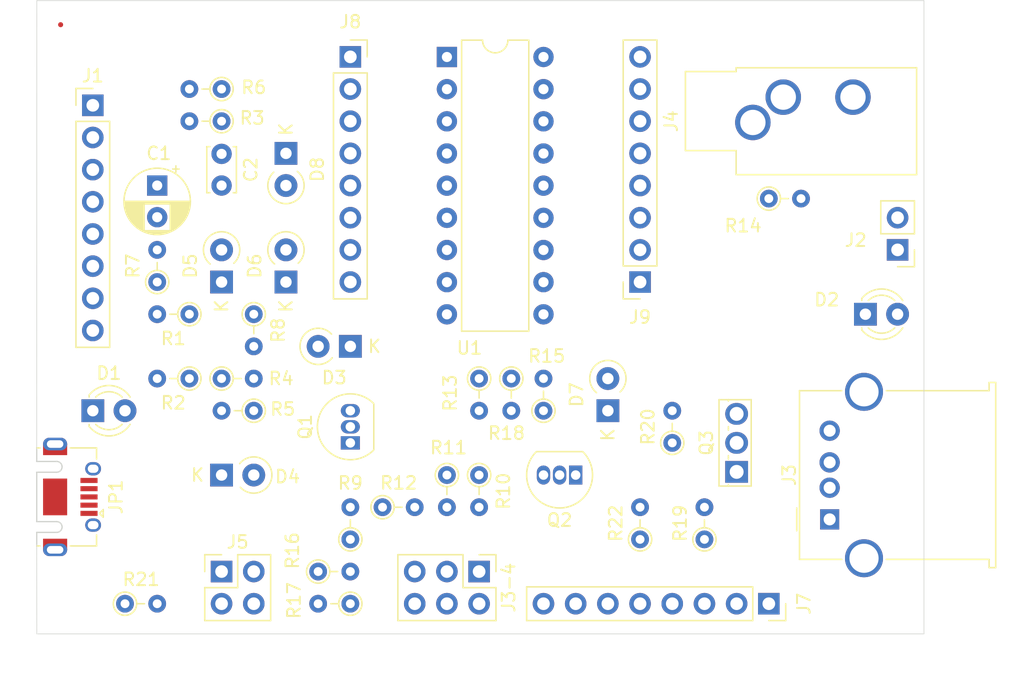
<source format=kicad_pcb>
(kicad_pcb (version 20211014) (generator pcbnew)
  (layers (0 "F.Cu" signal) (31 "B.Cu" signal) (34 "B.Paste" user) (35 "F.Paste" user) (36 "B.SilkS" user "B.Silkscreen") (37 "F.SilkS" user "F.Silkscreen") (38 "B.Mask" user) (39 "F.Mask" user) (44 "Edge.Cuts" user))
  (net 0 "")
  (net 1 "GND")
  (net 2 "Net-(R13-Pad2)")
  (net 3 "Net-(D7-Pad1)")
  (net 4 "Net-(R21-Pad1)")
  (net 5 "Net-(R19-Pad2)")
  (net 6 "Net-(D5-Pad1)")
  (net 7 "Net-(J1-Pad2)")
  (net 8 "Net-(J1-Pad1)")
  (net 9 "Net-(J1-Pad8)")
  (net 12 "Net-(R16-Pad1)")
  (net 13 "Net-(R14-Pad1)")
  (net 14 "Net-(R13-Pad1)")
  (net 15 "Net-(R10-Pad1)")
  (net 16 "Net-(R4-Pad2)")
  (net 17 "Net-(D3-Pad2)")
  (net 18 "+3V3")
  (net 19 "Net-(D1-Pad2)")
  (net 20 "Net-(J7-Pad5)")
  (net 21 "Net-(J5-Pad3)")
  (net 22 "Net-(J3-Pad2)")
  (net 23 "Net-(J7-Pad4)")
  (net 24 "Net-(J5-Pad2)")
  (net 25 "Net-(J4-PadR)")
  (net 26 "Net-(J3-4-Pad5)")
  (net 27 "Net-(J3-4-Pad3)")
  (net 28 "Net-(J3-4-Pad1)")
  (net 29 "Net-(D6-Pad2)")
  (net 30 "Net-(J1-Pad6)")
  (net 31 "Net-(D5-Pad2)")
  (net 32 "Net-(J1-Pad7)")
  (net 33 "+5V")
  (net 34 "Net-(D2-Pad2)")
  (net 55 "Net-(J3-Pad4)")
  (net 56 "Net-(R12-Pad1)")
  (net 57 "Net-(R11-Pad1)")
  (footprint "Package_DIP:DIP-18_W7.62mm" (layer "F.Cu") (at 73.66 27.95)
    (fp_text reference "U1" (at 1.778 22.977) (layer "F.SilkS"))
    (fp_text value "MCP23008-xP")
    (pad "1" thru_hole rect (at 0 0) (size 1.6 1.6) (drill 0.8) (layers *.Cu *.Mask) (net 7 "Net-(J1-Pad2)"))
    (pad "2" thru_hole oval (at 0 2.54) (size 1.6 1.6) (drill 0.8) (layers *.Cu *.Mask) (net 8 "Net-(J1-Pad1)"))
    (pad "3" thru_hole oval (at 0 5.08) (size 1.6 1.6) (drill 0.8) (layers *.Cu *.Mask) (net 1 "GND"))
    (pad "4" thru_hole oval (at 0 7.62) (size 1.6 1.6) (drill 0.8) (layers *.Cu *.Mask) (net 1 "GND"))
    (pad "5" thru_hole oval (at 0 10.16) (size 1.6 1.6) (drill 0.8) (layers *.Cu *.Mask) (net 1 "GND"))
    (pad "6" thru_hole oval (at 0 12.7) (size 1.6 1.6) (drill 0.8) (layers *.Cu *.Mask) (net 9 "Net-(J1-Pad8)"))
    (pad "7" thru_hole oval (at 0 15.24) (size 1.6 1.6) (drill 0.8) (layers *.Cu *.Mask))
    (pad "8" thru_hole oval (at 0 17.78) (size 1.6 1.6) (drill 0.8) (layers *.Cu *.Mask))
    (pad "9" thru_hole oval (at 0 20.32) (size 1.6 1.6) (drill 0.8) (layers *.Cu *.Mask) (net 1 "GND"))
    (pad "10" thru_hole oval (at 7.62 20.32) (size 1.6 1.6) (drill 0.8) (layers *.Cu *.Mask) (net 57 "Net-(R11-Pad1)"))
    (pad "11" thru_hole oval (at 7.62 17.78) (size 1.6 1.6) (drill 0.8) (layers *.Cu *.Mask) (net 56 "Net-(R12-Pad1)"))
    (pad "12" thru_hole oval (at 7.62 15.24) (size 1.6 1.6) (drill 0.8) (layers *.Cu *.Mask) (net 4 "Net-(R21-Pad1)"))
    (pad "13" thru_hole oval (at 7.62 12.7) (size 1.6 1.6) (drill 0.8) (layers *.Cu *.Mask) (net 14 "Net-(R13-Pad1)"))
    (pad "14" thru_hole oval (at 7.62 10.16) (size 1.6 1.6) (drill 0.8) (layers *.Cu *.Mask) (net 5 "Net-(R19-Pad2)"))
    (pad "15" thru_hole oval (at 7.62 7.62) (size 1.6 1.6) (drill 0.8) (layers *.Cu *.Mask) (net 12 "Net-(R16-Pad1)"))
    (pad "16" thru_hole oval (at 7.62 5.08) (size 1.6 1.6) (drill 0.8) (layers *.Cu *.Mask) (net 13 "Net-(R14-Pad1)"))
    (pad "17" thru_hole oval (at 7.62 2.54) (size 1.6 1.6) (drill 0.8) (layers *.Cu *.Mask) (net 15 "Net-(R10-Pad1)"))
    (pad "18" thru_hole oval (at 7.62 0) (size 1.6 1.6) (drill 0.8) (layers *.Cu *.Mask) (net 18 "+3V3"))
  )
  (footprint "LED_THT:LED_D3.0mm" (layer "F.Cu") (at 106.68 48.26)
    (fp_text reference "D2" (at -3.048 -1.143) (layer "F.SilkS"))
    (fp_text value "LED")
    (pad "1" thru_hole rect (at 0 0) (size 1.8 1.8) (drill 0.9) (layers *.Cu *.Mask) (net 1 "GND"))
    (pad "2" thru_hole circle (at 2.54 0) (size 1.8 1.8) (drill 0.9) (layers *.Cu *.Mask) (net 34 "Net-(D2-Pad2)"))
  )
  (footprint "Resistor_THT:R_Axial_DIN0204_L3.6mm_D1.6mm_P2.54mm_Vertical" (layer "F.Cu") (at 55.88 33.02 180)
    (fp_text reference "R3" (at -2.413 0.254 180) (layer "F.SilkS"))
    (fp_text value "22k")
    (pad "1" thru_hole circle (at 0 0 180) (size 1.4 1.4) (drill 0.7) (layers *.Cu *.Mask) (net 18 "+3V3"))
    (pad "2" thru_hole oval (at 2.54 0 180) (size 1.4 1.4) (drill 0.7) (layers *.Cu *.Mask) (net 7 "Net-(J1-Pad2)"))
  )
  (footprint "Resistor_THT:R_Axial_DIN0204_L3.6mm_D1.6mm_P2.54mm_Vertical" (layer "F.Cu") (at 53.34 48.26 180)
    (fp_text reference "R1" (at 1.27 -1.92) (layer "F.SilkS"))
    (fp_text value "1k")
    (pad "1" thru_hole circle (at 0 0 180) (size 1.4 1.4) (drill 0.7) (layers *.Cu *.Mask) (net 18 "+3V3"))
    (pad "2" thru_hole oval (at 2.54 0 180) (size 1.4 1.4) (drill 0.7) (layers *.Cu *.Mask) (net 19 "Net-(D1-Pad2)"))
  )
  (footprint "Resistor_THT:R_Axial_DIN0204_L3.6mm_D1.6mm_P2.54mm_Vertical" (layer "F.Cu") (at 68.58 63.5)
    (fp_text reference "R12" (at 1.27 -1.92) (layer "F.SilkS"))
    (fp_text value "4k7")
    (pad "1" thru_hole circle (at 0 0) (size 1.4 1.4) (drill 0.7) (layers *.Cu *.Mask) (net 56 "Net-(R12-Pad1)"))
    (pad "2" thru_hole oval (at 2.54 0) (size 1.4 1.4) (drill 0.7) (layers *.Cu *.Mask) (net 26 "Net-(J3-4-Pad5)"))
  )
  (footprint "Resistor_THT:R_Axial_DIN0204_L3.6mm_D1.6mm_P2.54mm_Vertical" (layer "F.Cu") (at 93.98 66.04 90)
    (fp_text reference "R19" (at 1.27 -1.92 90) (layer "F.SilkS"))
    (fp_text value "4k7")
    (pad "1" thru_hole circle (at 0 0 90) (size 1.4 1.4) (drill 0.7) (layers *.Cu *.Mask) (net 23 "Net-(J7-Pad4)"))
    (pad "2" thru_hole oval (at 2.54 0 90) (size 1.4 1.4) (drill 0.7) (layers *.Cu *.Mask) (net 5 "Net-(R19-Pad2)"))
  )
  (footprint "Diode_THT:D_A-405_P2.54mm_Vertical_KathodeUp" (layer "F.Cu") (at 55.88 60.96)
    (fp_text reference "D4" (at 5.207 0.127) (layer "F.SilkS"))
    (fp_text value "BAT43")
    (fp_text user "K" (at -1.9 0) (layer "F.SilkS"))
    (pad "1" thru_hole rect (at 0 0) (size 1.8 1.8) (drill 0.9) (layers *.Cu *.Mask) (net 33 "+5V"))
    (pad "2" thru_hole oval (at 2.54 0) (size 1.8 1.8) (drill 0.9) (layers *.Cu *.Mask) (net 1 "GND"))
  )
  (footprint "Package_TO_SOT_THT:TO-251-3_Vertical" (layer "F.Cu") (at 96.52 60.71 90)
    (fp_text reference "Q3" (at 2.29 -2.39 90) (layer "F.SilkS"))
    (fp_text value "IRLU2905PBF")
    (pad "1" thru_hole rect (at 0 0 90) (size 1.7175 1.8) (drill 1.1) (layers *.Cu *.Mask) (net 6 "Net-(D5-Pad1)"))
    (pad "2" thru_hole oval (at 2.29 0 90) (size 1.7175 1.8) (drill 1.1) (layers *.Cu *.Mask) (net 55 "Net-(J3-Pad4)"))
    (pad "3" thru_hole oval (at 4.58 0 90) (size 1.7175 1.8) (drill 1.1) (layers *.Cu *.Mask) (net 1 "GND"))
  )
  (footprint "Resistor_THT:R_Axial_DIN0204_L3.6mm_D1.6mm_P2.54mm_Vertical" (layer "F.Cu") (at 53.34 53.34 180)
    (fp_text reference "R2" (at 1.27 -1.92 180) (layer "F.SilkS"))
    (fp_text value "6.8k")
    (pad "1" thru_hole circle (at 0 0 180) (size 1.4 1.4) (drill 0.7) (layers *.Cu *.Mask) (net 33 "+5V"))
    (pad "2" thru_hole oval (at 2.54 0 180) (size 1.4 1.4) (drill 0.7) (layers *.Cu *.Mask) (net 34 "Net-(D2-Pad2)"))
  )
  (footprint "Resistor_THT:R_Axial_DIN0204_L3.6mm_D1.6mm_P2.54mm_Vertical" (layer "F.Cu") (at 50.8 45.72 90)
    (fp_text reference "R7" (at 1.27 -1.92 90) (layer "F.SilkS"))
    (fp_text value "4k7")
    (pad "1" thru_hole circle (at 0 0 90) (size 1.4 1.4) (drill 0.7) (layers *.Cu *.Mask) (net 30 "Net-(J1-Pad6)"))
    (pad "2" thru_hole oval (at 2.54 0 90) (size 1.4 1.4) (drill 0.7) (layers *.Cu *.Mask) (net 31 "Net-(D5-Pad2)"))
  )
  (footprint "Resistor_THT:R_Axial_DIN0204_L3.6mm_D1.6mm_P2.54mm_Vertical" (layer "F.Cu") (at 76.2 53.34 -90)
    (fp_text reference "R13" (at 1.143 2.286 -90) (layer "F.SilkS"))
    (fp_text value "4k7")
    (pad "1" thru_hole circle (at 0 0 270) (size 1.4 1.4) (drill 0.7) (layers *.Cu *.Mask) (net 14 "Net-(R13-Pad1)"))
    (pad "2" thru_hole oval (at 2.54 0 270) (size 1.4 1.4) (drill 0.7) (layers *.Cu *.Mask) (net 2 "Net-(R13-Pad2)"))
  )
  (footprint "LED_THT:LED_D3.0mm" (layer "F.Cu") (at 45.72 55.88)
    (fp_text reference "D1" (at 1.27 -2.96) (layer "F.SilkS"))
    (fp_text value "LED")
    (pad "1" thru_hole rect (at 0 0) (size 1.8 1.8) (drill 0.9) (layers *.Cu *.Mask) (net 1 "GND"))
    (pad "2" thru_hole circle (at 2.54 0) (size 1.8 1.8) (drill 0.9) (layers *.Cu *.Mask) (net 19 "Net-(D1-Pad2)"))
  )
  (footprint "Resistor_THT:R_Axial_DIN0204_L3.6mm_D1.6mm_P2.54mm_Vertical" (layer "F.Cu") (at 66.04 71.12 180)
    (fp_text reference "R17" (at 4.445 0.254 270) (layer "F.SilkS"))
    (fp_text value "4k7")
    (pad "1" thru_hole circle (at 0 0 180) (size 1.4 1.4) (drill 0.7) (layers *.Cu *.Mask) (net 24 "Net-(J5-Pad2)"))
    (pad "2" thru_hole oval (at 2.54 0 180) (size 1.4 1.4) (drill 0.7) (layers *.Cu *.Mask) (net 1 "GND"))
  )
  (footprint "Connector_PinHeader_2.54mm:PinHeader_1x08_P2.54mm_Vertical" (layer "F.Cu") (at 45.72 31.765)
    (fp_text reference "J1" (at 0 -2.33) (layer "F.SilkS"))
    (fp_text value "Conn_01x08")
    (pad "1" thru_hole rect (at 0 0) (size 1.7 1.7) (drill 1) (layers *.Cu *.Mask) (net 8 "Net-(J1-Pad1)"))
    (pad "2" thru_hole oval (at 0 2.54) (size 1.7 1.7) (drill 1) (layers *.Cu *.Mask) (net 7 "Net-(J1-Pad2)"))
    (pad "3" thru_hole oval (at 0 5.08) (size 1.7 1.7) (drill 1) (layers *.Cu *.Mask) (net 18 "+3V3"))
    (pad "4" thru_hole oval (at 0 7.62) (size 1.7 1.7) (drill 1) (layers *.Cu *.Mask) (net 1 "GND"))
    (pad "5" thru_hole oval (at 0 10.16) (size 1.7 1.7) (drill 1) (layers *.Cu *.Mask))
    (pad "6" thru_hole oval (at 0 12.7) (size 1.7 1.7) (drill 1) (layers *.Cu *.Mask) (net 30 "Net-(J1-Pad6)"))
    (pad "7" thru_hole oval (at 0 15.24) (size 1.7 1.7) (drill 1) (layers *.Cu *.Mask) (net 32 "Net-(J1-Pad7)"))
    (pad "8" thru_hole oval (at 0 17.78) (size 1.7 1.7) (drill 1) (layers *.Cu *.Mask) (net 9 "Net-(J1-Pad8)"))
  )
  (footprint "Resistor_THT:R_Axial_DIN0204_L3.6mm_D1.6mm_P2.54mm_Vertical" (layer "F.Cu") (at 48.26 71.12)
    (fp_text reference "R21" (at 1.27 -1.92) (layer "F.SilkS"))
    (fp_text value "4k7")
    (pad "1" thru_hole circle (at 0 0) (size 1.4 1.4) (drill 0.7) (layers *.Cu *.Mask) (net 4 "Net-(R21-Pad1)"))
    (pad "2" thru_hole oval (at 2.54 0) (size 1.4 1.4) (drill 0.7) (layers *.Cu *.Mask) (net 21 "Net-(J5-Pad3)"))
  )
  (footprint "Resistor_THT:R_Axial_DIN0204_L3.6mm_D1.6mm_P2.54mm_Vertical" (layer "F.Cu") (at 66.04 66.04 90)
    (fp_text reference "R9" (at 4.445 0 180) (layer "F.SilkS"))
    (fp_text value "4k7")
    (pad "1" thru_hole circle (at 0 0 90) (size 1.4 1.4) (drill 0.7) (layers *.Cu *.Mask) (net 24 "Net-(J5-Pad2)"))
    (pad "2" thru_hole oval (at 2.54 0 90) (size 1.4 1.4) (drill 0.7) (layers *.Cu *.Mask) (net 29 "Net-(D6-Pad2)"))
  )
  (footprint "Connector_Audio:Jack_3.5mm_CUI_SJ1-3533NG_Horizontal_CircularHoles" (layer "F.Cu") (at 97.8 33.12 90)
    (fp_text reference "J4" (at 0.1 -6.45 90) (layer "F.SilkS"))
    (fp_text value "AudioJack3")
    (pad "R" thru_hole circle (at 2 7.9 90) (size 2.8 2.8) (drill 2) (layers *.Cu *.Mask) (net 25 "Net-(J4-PadR)"))
    (pad "S" thru_hole circle (at 0 0 90) (size 2.8 2.8) (drill 2) (layers *.Cu *.Mask) (net 1 "GND"))
    (pad "T" thru_hole circle (at 2 2.4 90) (size 2.8 2.8) (drill 2) (layers *.Cu *.Mask))
  )
  (footprint "Diode_THT:D_A-405_P2.54mm_Vertical_KathodeUp" (layer "F.Cu") (at 60.96 35.56 -90)
    (fp_text reference "D8" (at 1.27 -2.47 90) (layer "F.SilkS"))
    (fp_text value "BAT43")
    (fp_text user "K" (at -1.9 0 90) (layer "F.SilkS"))
    (pad "1" thru_hole rect (at 0 0 270) (size 1.8 1.8) (drill 0.9) (layers *.Cu *.Mask) (net 18 "+3V3"))
    (pad "2" thru_hole oval (at 2.54 0 270) (size 1.8 1.8) (drill 0.9) (layers *.Cu *.Mask) (net 1 "GND"))
  )
  (footprint "Connector_PinHeader_2.54mm:PinHeader_2x03_P2.54mm_Vertical" (layer "F.Cu") (at 76.2 68.58 -90)
    (fp_text reference "J3-4" (at 1.27 -2.33 90) (layer "F.SilkS"))
    (fp_text value "Conn_02x03_Odd_Even")
    (pad "1" thru_hole rect (at 0 0 270) (size 1.7 1.7) (drill 1) (layers *.Cu *.Mask) (net 28 "Net-(J3-4-Pad1)"))
    (pad "2" thru_hole oval (at 2.54 0 270) (size 1.7 1.7) (drill 1) (layers *.Cu *.Mask) (net 1 "GND"))
    (pad "3" thru_hole oval (at 0 2.54 270) (size 1.7 1.7) (drill 1) (layers *.Cu *.Mask) (net 27 "Net-(J3-4-Pad3)"))
    (pad "4" thru_hole oval (at 2.54 2.54 270) (size 1.7 1.7) (drill 1) (layers *.Cu *.Mask) (net 1 "GND"))
    (pad "5" thru_hole oval (at 0 5.08 270) (size 1.7 1.7) (drill 1) (layers *.Cu *.Mask) (net 26 "Net-(J3-4-Pad5)"))
    (pad "6" thru_hole oval (at 2.54 5.08 270) (size 1.7 1.7) (drill 1) (layers *.Cu *.Mask) (net 1 "GND"))
  )
  (footprint "Resistor_THT:R_Axial_DIN0204_L3.6mm_D1.6mm_P2.54mm_Vertical" (layer "F.Cu") (at 63.5 68.58)
    (fp_text reference "R16" (at -2.032 -1.651 90) (layer "F.SilkS"))
    (fp_text value "4k7")
    (pad "1" thru_hole circle (at 0 0) (size 1.4 1.4) (drill 0.7) (layers *.Cu *.Mask) (net 12 "Net-(R16-Pad1)"))
    (pad "2" thru_hole oval (at 2.54 0) (size 1.4 1.4) (drill 0.7) (layers *.Cu *.Mask) (net 24 "Net-(J5-Pad2)"))
  )
  (footprint "Resistor_THT:R_Axial_DIN0204_L3.6mm_D1.6mm_P2.54mm_Vertical" (layer "F.Cu") (at 58.42 55.88 180)
    (fp_text reference "R5" (at -2.286 0.127 180) (layer "F.SilkS"))
    (fp_text value "4k7")
    (pad "1" thru_hole circle (at 0 0 180) (size 1.4 1.4) (drill 0.7) (layers *.Cu *.Mask) (net 16 "Net-(R4-Pad2)"))
    (pad "2" thru_hole oval (at 2.54 0 180) (size 1.4 1.4) (drill 0.7) (layers *.Cu *.Mask) (net 1 "GND"))
  )
  (footprint "Resistor_THT:R_Axial_DIN0204_L3.6mm_D1.6mm_P2.54mm_Vertical" (layer "F.Cu") (at 73.66 60.96 -90)
    (fp_text reference "R11" (at -2.159 -0.127) (layer "F.SilkS"))
    (fp_text value "4k7")
    (pad "1" thru_hole circle (at 0 0 270) (size 1.4 1.4) (drill 0.7) (layers *.Cu *.Mask) (net 57 "Net-(R11-Pad1)"))
    (pad "2" thru_hole oval (at 2.54 0 270) (size 1.4 1.4) (drill 0.7) (layers *.Cu *.Mask) (net 27 "Net-(J3-4-Pad3)"))
  )
  (footprint "Connector_PinSocket_2.54mm:PinSocket_1x08_P2.54mm_Vertical" (layer "F.Cu") (at 99.06 71.12 -90)
    (fp_text reference "J7" (at 0 -2.77 -90) (layer "F.SilkS"))
    (fp_text value "Conn_01x08")
    (pad "1" thru_hole rect (at 0 0 270) (size 1.7 1.7) (drill 1) (layers *.Cu *.Mask))
    (pad "2" thru_hole oval (at 0 2.54 270) (size 1.7 1.7) (drill 1) (layers *.Cu *.Mask))
    (pad "3" thru_hole oval (at 0 5.08 270) (size 1.7 1.7) (drill 1) (layers *.Cu *.Mask) (net 18 "+3V3"))
    (pad "4" thru_hole oval (at 0 7.62 270) (size 1.7 1.7) (drill 1) (layers *.Cu *.Mask) (net 23 "Net-(J7-Pad4)"))
    (pad "5" thru_hole oval (at 0 10.16 270) (size 1.7 1.7) (drill 1) (layers *.Cu *.Mask) (net 20 "Net-(J7-Pad5)"))
    (pad "6" thru_hole oval (at 0 12.7 270) (size 1.7 1.7) (drill 1) (layers *.Cu *.Mask))
    (pad "7" thru_hole oval (at 0 15.24 270) (size 1.7 1.7) (drill 1) (layers *.Cu *.Mask) (net 55 "Net-(J3-Pad4)"))
    (pad "8" thru_hole oval (at 0 17.78 270) (size 1.7 1.7) (drill 1) (layers *.Cu *.Mask) (net 33 "+5V"))
  )
  (footprint "Connector_PinSocket_2.54mm:PinSocket_1x08_P2.54mm_Vertical" (layer "F.Cu") (at 66.04 27.94)
    (fp_text reference "J8" (at 0 -2.77) (layer "F.SilkS"))
    (fp_text value "Conn_01x08")
    (pad "1" thru_hole rect (at 0 0) (size 1.7 1.7) (drill 1) (layers *.Cu *.Mask))
    (pad "2" thru_hole oval (at 0 2.54) (size 1.7 1.7) (drill 1) (layers *.Cu *.Mask))
    (pad "3" thru_hole oval (at 0 5.08) (size 1.7 1.7) (drill 1) (layers *.Cu *.Mask))
    (pad "4" thru_hole oval (at 0 7.62) (size 1.7 1.7) (drill 1) (layers *.Cu *.Mask))
    (pad "5" thru_hole oval (at 0 10.16) (size 1.7 1.7) (drill 1) (layers *.Cu *.Mask))
    (pad "6" thru_hole oval (at 0 12.7) (size 1.7 1.7) (drill 1) (layers *.Cu *.Mask))
    (pad "7" thru_hole oval (at 0 15.24) (size 1.7 1.7) (drill 1) (layers *.Cu *.Mask) (net 18 "+3V3"))
    (pad "8" thru_hole oval (at 0 17.78) (size 1.7 1.7) (drill 1) (layers *.Cu *.Mask) (net 1 "GND"))
  )
  (footprint "Resistor_THT:R_Axial_DIN0204_L3.6mm_D1.6mm_P2.54mm_Vertical" (layer "F.Cu") (at 88.9 66.04 90)
    (fp_text reference "R22" (at 1.27 -1.92 90) (layer "F.SilkS"))
    (fp_text value "4k7")
    (pad "1" thru_hole circle (at 0 0 90) (size 1.4 1.4) (drill 0.7) (layers *.Cu *.Mask) (net 20 "Net-(J7-Pad5)"))
    (pad "2" thru_hole oval (at 2.54 0 90) (size 1.4 1.4) (drill 0.7) (layers *.Cu *.Mask) (net 2 "Net-(R13-Pad2)"))
  )
  (footprint "Capacitor_THT:C_Disc_D3.4mm_W2.1mm_P2.50mm" (layer "F.Cu") (at 55.88 35.6 -90)
    (fp_text reference "C2" (at 1.25 -2.3 -90) (layer "F.SilkS"))
    (fp_text value "0.1u")
    (pad "1" thru_hole circle (at 0 0 270) (size 1.6 1.6) (drill 0.8) (layers *.Cu *.Mask) (net 18 "+3V3"))
    (pad "2" thru_hole circle (at 2.5 0 270) (size 1.6 1.6) (drill 0.8) (layers *.Cu *.Mask) (net 1 "GND"))
  )
  (footprint "Resistor_THT:R_Axial_DIN0204_L3.6mm_D1.6mm_P2.54mm_Vertical" (layer "F.Cu") (at 91.44 58.42 90)
    (fp_text reference "R20" (at 1.27 -1.92 90) (layer "F.SilkS"))
    (fp_text value "39k")
    (pad "1" thru_hole circle (at 0 0 90) (size 1.4 1.4) (drill 0.7) (layers *.Cu *.Mask) (net 22 "Net-(J3-Pad2)"))
    (pad "2" thru_hole oval (at 2.54 0 90) (size 1.4 1.4) (drill 0.7) (layers *.Cu *.Mask) (net 3 "Net-(D7-Pad1)"))
  )
  (footprint "Connector_USB:USB_A_Molex_67643_Horizontal" (layer "F.Cu") (at 103.86 64.46 90)
    (fp_text reference "J3" (at 3.5 -3.19 90) (layer "F.SilkS"))
    (fp_text value "USB_A")
    (pad "1" thru_hole rect (at 0 0 90) (size 1.6 1.5) (drill 0.95) (layers *.Cu *.Mask) (net 33 "+5V"))
    (pad "2" thru_hole circle (at 2.5 0 90) (size 1.6 1.6) (drill 0.95) (layers *.Cu *.Mask) (net 22 "Net-(J3-Pad2)"))
    (pad "3" thru_hole circle (at 4.5 0 90) (size 1.6 1.6) (drill 0.95) (layers *.Cu *.Mask))
    (pad "4" thru_hole circle (at 7 0 90) (size 1.6 1.6) (drill 0.95) (layers *.Cu *.Mask) (net 55 "Net-(J3-Pad4)"))
    (pad "5" thru_hole circle (at -3.07 2.71 90) (size 3 3) (drill 2.3) (layers *.Cu *.Mask))
    (pad "5" thru_hole circle (at 10.07 2.71 90) (size 3 3) (drill 2.3) (layers *.Cu *.Mask))
  )
  (footprint "Package_TO_SOT_THT:TO-92_Inline" (layer "F.Cu") (at 83.82 60.96 180)
    (fp_text reference "Q2" (at 1.27 -3.56) (layer "F.SilkS"))
    (fp_text value "2N7000")
    (pad "1" thru_hole rect (at 0 0 180) (size 1.05 1.5) (drill 0.75) (layers *.Cu *.Mask) (net 1 "GND"))
    (pad "2" thru_hole oval (at 1.27 0 180) (size 1.05 1.5) (drill 0.75) (layers *.Cu *.Mask) (net 3 "Net-(D7-Pad1)"))
    (pad "3" thru_hole oval (at 2.54 0 180) (size 1.05 1.5) (drill 0.75) (layers *.Cu *.Mask) (net 2 "Net-(R13-Pad2)"))
  )
  (footprint "Capacitor_THT:CP_Radial_D5.0mm_P2.50mm" (layer "F.Cu") (at 50.8 38.1 -90)
    (fp_text reference "C1" (at -2.54 -0.127 180) (layer "F.SilkS"))
    (fp_text value "10u")
    (pad "1" thru_hole rect (at 0 0 270) (size 1.6 1.6) (drill 0.8) (layers *.Cu *.Mask) (net 18 "+3V3"))
    (pad "2" thru_hole circle (at 2.5 0 270) (size 1.6 1.6) (drill 0.8) (layers *.Cu *.Mask) (net 1 "GND"))
  )
  (footprint "Diode_THT:D_A-405_P2.54mm_Vertical_KathodeUp" (layer "F.Cu") (at 55.88 45.72 90)
    (fp_text reference "D5" (at 1.27 -2.47 90) (layer "F.SilkS"))
    (fp_text value "D")
    (fp_text user "K" (at -1.9 0 90) (layer "F.SilkS"))
    (pad "1" thru_hole rect (at 0 0 90) (size 1.8 1.8) (drill 0.9) (layers *.Cu *.Mask) (net 6 "Net-(D5-Pad1)"))
    (pad "2" thru_hole oval (at 2.54 0 90) (size 1.8 1.8) (drill 0.9) (layers *.Cu *.Mask) (net 31 "Net-(D5-Pad2)"))
  )
  (footprint "Diode_THT:D_A-405_P2.54mm_Vertical_KathodeUp" (layer "F.Cu") (at 86.36 55.88 90)
    (fp_text reference "D7" (at 1.27 -2.47 90) (layer "F.SilkS"))
    (fp_text value "2.5V")
    (fp_text user "K" (at -1.9 0 90) (layer "F.SilkS"))
    (pad "1" thru_hole rect (at 0 0 90) (size 1.8 1.8) (drill 0.9) (layers *.Cu *.Mask) (net 3 "Net-(D7-Pad1)"))
    (pad "2" thru_hole oval (at 2.54 0 90) (size 1.8 1.8) (drill 0.9) (layers *.Cu *.Mask) (net 1 "GND"))
  )
  (footprint "Package_TO_SOT_THT:TO-92_Inline" (layer "F.Cu") (at 66.04 58.42 90)
    (fp_text reference "Q1" (at 1.27 -3.56 90) (layer "F.SilkS"))
    (fp_text value "2N7000")
    (pad "1" thru_hole rect (at 0 0 90) (size 1.05 1.5) (drill 0.75) (layers *.Cu *.Mask) (net 1 "GND"))
    (pad "2" thru_hole oval (at 1.27 0 90) (size 1.05 1.5) (drill 0.75) (layers *.Cu *.Mask) (net 16 "Net-(R4-Pad2)"))
    (pad "3" thru_hole oval (at 2.54 0 90) (size 1.05 1.5) (drill 0.75) (layers *.Cu *.Mask) (net 17 "Net-(D3-Pad2)"))
  )
  (footprint "Resistor_THT:R_Axial_DIN0204_L3.6mm_D1.6mm_P2.54mm_Vertical" (layer "F.Cu") (at 58.42 48.26 -90)
    (fp_text reference "R8" (at 1.27 -1.92 -90) (layer "F.SilkS"))
    (fp_text value "4k7")
    (pad "1" thru_hole circle (at 0 0 270) (size 1.4 1.4) (drill 0.7) (layers *.Cu *.Mask) (net 6 "Net-(D5-Pad1)"))
    (pad "2" thru_hole oval (at 2.54 0 270) (size 1.4 1.4) (drill 0.7) (layers *.Cu *.Mask) (net 1 "GND"))
  )
  (footprint "Connector_PinHeader_2.54mm:PinHeader_1x02_P2.54mm_Vertical" (layer "F.Cu") (at 109.22 43.18 180)
    (fp_text reference "J2" (at 3.302 0.762) (layer "F.SilkS"))
    (fp_text value "Conn_01x02")
    (pad "1" thru_hole rect (at 0 0 180) (size 1.7 1.7) (drill 1) (layers *.Cu *.Mask) (net 18 "+3V3"))
    (pad "2" thru_hole oval (at 0 2.54 180) (size 1.7 1.7) (drill 1) (layers *.Cu *.Mask) (net 17 "Net-(D3-Pad2)"))
  )
  (footprint "Resistor_THT:R_Axial_DIN0204_L3.6mm_D1.6mm_P2.54mm_Vertical" (layer "F.Cu") (at 78.74 53.34 -90)
    (fp_text reference "R15" (at -1.778 -2.794) (layer "F.SilkS"))
    (fp_text value "4k7")
    (pad "1" thru_hole circle (at 0 0 270) (size 1.4 1.4) (drill 0.7) (layers *.Cu *.Mask) (net 18 "+3V3"))
    (pad "2" thru_hole oval (at 2.54 0 270) (size 1.4 1.4) (drill 0.7) (layers *.Cu *.Mask) (net 2 "Net-(R13-Pad2)"))
  )
  (footprint "Connector_USB:USB_Micro-AB_Molex_47590-0001" (layer "F.Cu") (at 42.7448 62.6872 -90)
    (fp_text reference "JP1" (at 0 -4.8 90) (layer "F.SilkS"))
    (fp_text value "USB_B_Micro")
    (fp_line (start -2.8 -0.125) (end -2.8 1.45) (layer "Edge.Cuts") (width 0.1))
    (fp_line (start -3.75 1.45) (end -2.8 1.45) (layer "Edge.Cuts") (width 0.1))
    (fp_line (start -1.95 -0.125) (end -1.95 1.45) (layer "Edge.Cuts") (width 0.1))
    (fp_line (start 2.8 -0.125) (end 2.8 1.45) (layer "Edge.Cuts") (width 0.1))
    (fp_line (start 2.8 1.45) (end 3.75 1.45) (layer "Edge.Cuts") (width 0.1))
    (fp_line (start 1.95 -0.125) (end 1.95 1.45) (layer "Edge.Cuts") (width 0.1))
    (fp_line (start -1.95 1.45) (end 1.95 1.45) (layer "Edge.Cuts") (width 0.1))
    (fp_arc (start -2.8 -0.125) (mid -2.375 -0.55) (end -1.95 -0.125) (layer "Edge.Cuts") (width 0.1))
    (fp_arc (start 1.95 -0.125) (mid 2.375 -0.55) (end 2.8 -0.125) (layer "Edge.Cuts") (width 0.1))
    (pad "1" smd rect (at 1.3 -2.675 270) (size 0.4 1.35) (layers "F.Cu" "F.Paste" "F.Mask") (net 33 "+5V"))
    (pad "2" smd rect (at 0.65 -2.675 270) (size 0.4 1.35) (layers "F.Cu" "F.Paste" "F.Mask"))
    (pad "3" smd rect (at 0 -2.675 270) (size 0.4 1.35) (layers "F.Cu" "F.Paste" "F.Mask"))
    (pad "4" smd rect (at -0.65 -2.675 270) (size 0.4 1.35) (layers "F.Cu" "F.Paste" "F.Mask"))
    (pad "5" smd rect (at -1.3 -2.675 270) (size 0.4 1.35) (layers "F.Cu" "F.Paste" "F.Mask") (net 1 "GND"))
    (pad "6" smd rect (at -3.7375 0 270) (size 0.875 1.9) (layers "F.Cu" "F.Mask"))
    (pad "6" thru_hole oval (at -4.175 0 270) (size 1 1.9) (drill oval 0.6 1.3) (layers *.Cu *.Mask))
    (pad "6" thru_hole oval (at 4.175 0 270) (size 1 1.9) (drill oval 0.6 1.3) (layers *.Cu *.Mask))
    (pad "6" smd rect (at 0 0 270) (size 2.9 1.9) (layers "F.Cu" "F.Paste" "F.Mask"))
    (pad "6" thru_hole oval (at -2.225 -3 270) (size 1.05 1.25) (drill oval 0.65 0.85) (layers *.Cu *.Mask))
    (pad "6" smd rect (at 3.7375 0 270) (size 0.875 1.9) (layers "F.Cu" "F.Mask"))
    (pad "6" thru_hole oval (at 2.225 -3 270) (size 1.05 1.25) (drill oval 0.65 0.85) (layers *.Cu *.Mask))
  )
  (footprint "Resistor_THT:R_Axial_DIN0204_L3.6mm_D1.6mm_P2.54mm_Vertical" (layer "F.Cu") (at 81.28 55.88 90)
    (fp_text reference "R18" (at -1.778 -2.921 180) (layer "F.SilkS"))
    (fp_text value "39k")
    (pad "1" thru_hole circle (at 0 0 90) (size 1.4 1.4) (drill 0.7) (layers *.Cu *.Mask) (net 3 "Net-(D7-Pad1)"))
    (pad "2" thru_hole oval (at 2.54 0 90) (size 1.4 1.4) (drill 0.7) (layers *.Cu *.Mask) (net 1 "GND"))
  )
  (footprint "Resistor_THT:R_Axial_DIN0204_L3.6mm_D1.6mm_P2.54mm_Vertical" (layer "F.Cu") (at 55.88 30.48 180)
    (fp_text reference "R6" (at -2.54 0.127 180) (layer "F.SilkS"))
    (fp_text value "22k")
    (pad "1" thru_hole circle (at 0 0 180) (size 1.4 1.4) (drill 0.7) (layers *.Cu *.Mask) (net 18 "+3V3"))
    (pad "2" thru_hole oval (at 2.54 0 180) (size 1.4 1.4) (drill 0.7) (layers *.Cu *.Mask) (net 8 "Net-(J1-Pad1)"))
  )
  (footprint "Resistor_THT:R_Axial_DIN0204_L3.6mm_D1.6mm_P2.54mm_Vertical" (layer "F.Cu") (at 55.88 53.34)
    (fp_text reference "R4" (at 4.699 0) (layer "F.SilkS"))
    (fp_text value "4k7")
    (pad "1" thru_hole circle (at 0 0) (size 1.4 1.4) (drill 0.7) (layers *.Cu *.Mask) (net 32 "Net-(J1-Pad7)"))
    (pad "2" thru_hole oval (at 2.54 0) (size 1.4 1.4) (drill 0.7) (layers *.Cu *.Mask) (net 16 "Net-(R4-Pad2)"))
  )
  (footprint "Diode_THT:D_A-405_P2.54mm_Vertical_KathodeUp" (layer "F.Cu") (at 66.04 50.8 180)
    (fp_text reference "D3" (at 1.27 -2.47) (layer "F.SilkS"))
    (fp_text value "D")
    (fp_text user "K" (at -1.9 0) (layer "F.SilkS"))
    (pad "1" thru_hole rect (at 0 0 180) (size 1.8 1.8) (drill 0.9) (layers *.Cu *.Mask) (net 18 "+3V3"))
    (pad "2" thru_hole oval (at 2.54 0 180) (size 1.8 1.8) (drill 0.9) (layers *.Cu *.Mask) (net 17 "Net-(D3-Pad2)"))
  )
  (footprint "Connector_PinHeader_2.54mm:PinHeader_2x02_P2.54mm_Vertical" (layer "F.Cu") (at 55.88 68.58)
    (fp_text reference "J5" (at 1.27 -2.33) (layer "F.SilkS"))
    (fp_text value "Conn_02x02_Odd_Even")
    (pad "1" thru_hole rect (at 0 0) (size 1.7 1.7) (drill 1) (layers *.Cu *.Mask) (net 18 "+3V3"))
    (pad "2" thru_hole oval (at 2.54 0) (size 1.7 1.7) (drill 1) (layers *.Cu *.Mask) (net 24 "Net-(J5-Pad2)"))
    (pad "3" thru_hole oval (at 0 2.54) (size 1.7 1.7) (drill 1) (layers *.Cu *.Mask) (net 21 "Net-(J5-Pad3)"))
    (pad "4" thru_hole oval (at 2.54 2.54) (size 1.7 1.7) (drill 1) (layers *.Cu *.Mask) (net 1 "GND"))
  )
  (footprint "Resistor_THT:R_Axial_DIN0204_L3.6mm_D1.6mm_P2.54mm_Vertical" (layer "F.Cu") (at 76.2 60.96 -90)
    (fp_text reference "R10" (at 1.27 -1.92 -90) (layer "F.SilkS"))
    (fp_text value "4k7")
    (pad "1" thru_hole circle (at 0 0 270) (size 1.4 1.4) (drill 0.7) (layers *.Cu *.Mask) (net 15 "Net-(R10-Pad1)"))
    (pad "2" thru_hole oval (at 2.54 0 270) (size 1.4 1.4) (drill 0.7) (layers *.Cu *.Mask) (net 28 "Net-(J3-4-Pad1)"))
  )
  (footprint "Diode_THT:D_A-405_P2.54mm_Vertical_KathodeUp" (layer "F.Cu") (at 60.96 45.72 90)
    (fp_text reference "D6" (at 1.27 -2.47 90) (layer "F.SilkS"))
    (fp_text value "D")
    (fp_text user "K" (at -1.9 0 90) (layer "F.SilkS"))
    (pad "1" thru_hole rect (at 0 0 90) (size 1.8 1.8) (drill 0.9) (layers *.Cu *.Mask) (net 6 "Net-(D5-Pad1)"))
    (pad "2" thru_hole oval (at 2.54 0 90) (size 1.8 1.8) (drill 0.9) (layers *.Cu *.Mask) (net 29 "Net-(D6-Pad2)"))
  )
  (footprint "Connector_PinSocket_2.54mm:PinSocket_1x08_P2.54mm_Vertical" (layer "F.Cu") (at 88.9 45.72 180)
    (fp_text reference "J9" (at 0 -2.77 180) (layer "F.SilkS"))
    (fp_text value "Conn_01x08")
    (pad "1" thru_hole rect (at 0 0 180) (size 1.7 1.7) (drill 1) (layers *.Cu *.Mask) (net 1 "GND"))
    (pad "2" thru_hole oval (at 0 2.54 180) (size 1.7 1.7) (drill 1) (layers *.Cu *.Mask))
    (pad "3" thru_hole oval (at 0 5.08 180) (size 1.7 1.7) (drill 1) (layers *.Cu *.Mask) (net 8 "Net-(J1-Pad1)"))
    (pad "4" thru_hole oval (at 0 7.62 180) (size 1.7 1.7) (drill 1) (layers *.Cu *.Mask) (net 7 "Net-(J1-Pad2)"))
    (pad "5" thru_hole oval (at 0 10.16 180) (size 1.7 1.7) (drill 1) (layers *.Cu *.Mask))
    (pad "6" thru_hole oval (at 0 12.7 180) (size 1.7 1.7) (drill 1) (layers *.Cu *.Mask))
    (pad "7" thru_hole oval (at 0 15.24 180) (size 1.7 1.7) (drill 1) (layers *.Cu *.Mask) (net 57 "Net-(R11-Pad1)"))
    (pad "8" thru_hole oval (at 0 17.78 180) (size 1.7 1.7) (drill 1) (layers *.Cu *.Mask) (net 56 "Net-(R12-Pad1)"))
  )
  (footprint "Resistor_THT:R_Axial_DIN0204_L3.6mm_D1.6mm_P2.54mm_Vertical" (layer "F.Cu") (at 99.06 39.13)
    (fp_text reference "R14" (at -2.032 2.145) (layer "F.SilkS"))
    (fp_text value "4k7")
    (pad "1" thru_hole circle (at 0 0) (size 1.4 1.4) (drill 0.7) (layers *.Cu *.Mask) (net 13 "Net-(R14-Pad1)"))
    (pad "2" thru_hole oval (at 2.54 0) (size 1.4 1.4) (drill 0.7) (layers *.Cu *.Mask) (net 25 "Net-(J4-PadR)"))
  )
  (gr_circle (center 43.18 25.4) (end 43.18 25.4) (layer "F.Cu") (width 0.2) (fill none))
  (gr_line (start 111.3 73.5) (end 111.3 23.5) (layer "Edge.Cuts") (width 0.05))
  (gr_line (start 41.2948 66.4372) (end 41.3 73.5) (layer "Edge.Cuts") (width 0.05))
  (gr_line (start 41.3 23.5) (end 41.2948 58.9372) (layer "Edge.Cuts") (width 0.05))
  (gr_line (start 41.3 73.5) (end 111.3 73.5) (layer "Edge.Cuts") (width 0.05))
  (gr_line (start 111.3 23.5) (end 41.3 23.5) (layer "Edge.Cuts") (width 0.05))
)
</source>
